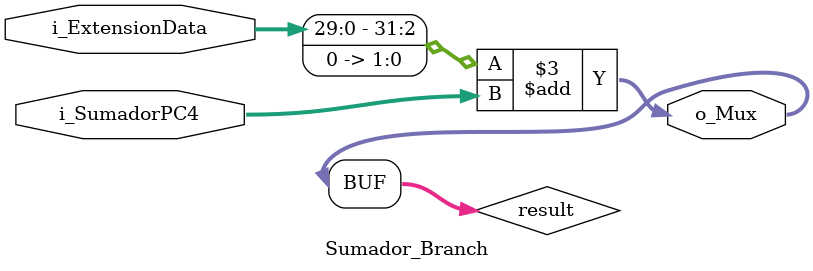
<source format=v>
`timescale 1ns / 1ps


module Sumador_Branch
    #(
        parameter NBITS = 32
    )
    (
        input   wire    [NBITS-1      :0]   i_ExtensionData ,
        input   wire    [NBITS-1      :0]   i_SumadorPC4    ,
        output  wire    [NBITS-1      :0]   o_Mux                 
    );
    
    reg [NBITS-1  :0]   result  ;    
    assign  o_Mux   =   result  ;
    
    always @(*)
    begin
        result   <=  (i_ExtensionData<<2) + i_SumadorPC4  ;
    end   
endmodule

</source>
